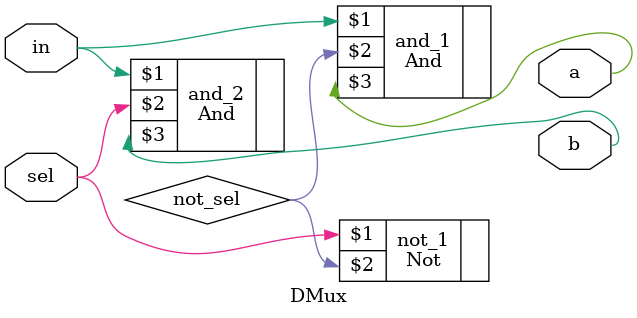
<source format=v>
/**
 * Demultiplexor:
 * {a, b} = {in, 0} if sel == 0
 *          {0, in} if sel == 1
 */

`default_nettype none
module DMux(
    input wire in,
    input wire sel,
    output wire a,
    output wire b
);

    // Internal wire for the negated selection signal
    wire not_sel;

    // Invert the select signal
    Not not_1(sel, not_sel);

    // Output logic
    And and_1(in, not_sel, a); // a = in when sel == 0
    And and_2(in, sel, b);     // b = in when sel == 1

endmodule


</source>
